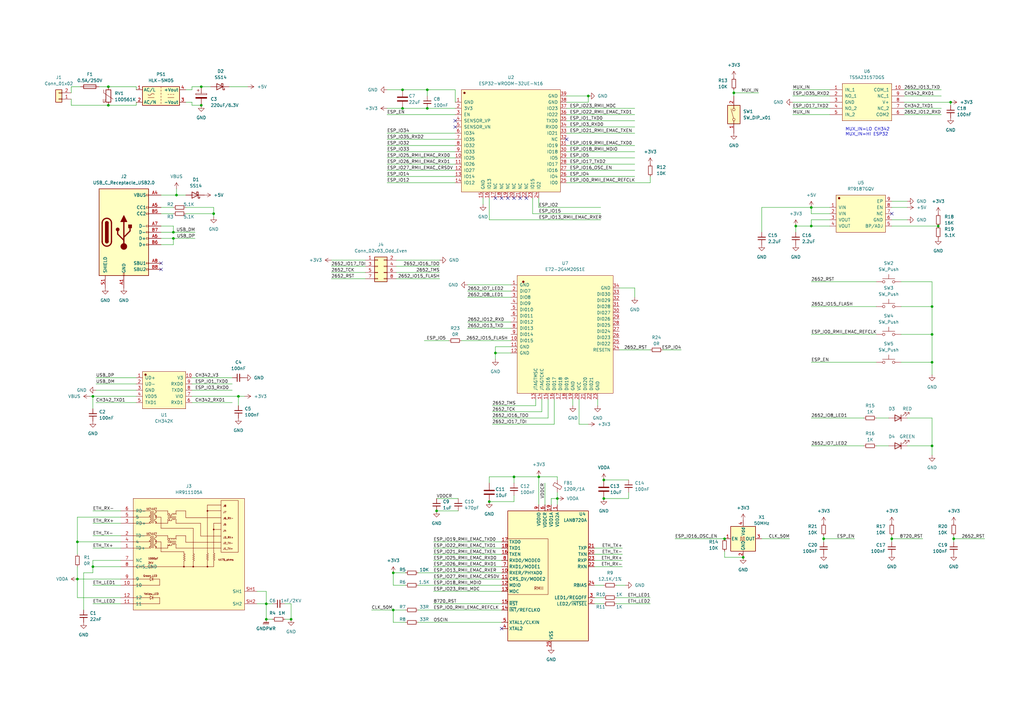
<source format=kicad_sch>
(kicad_sch (version 20230121) (generator eeschema)
  (paper "A3")
  (junction (at 300.99 38.1))
  (junction (at 161.29 234.95))
  (junction (at 44.45 35.56))
  (junction (at 332.74 85.09))
  (junction (at 365.76 220.98))
  (junction (at 241.3 39.37))
  (junction (at 44.45 43.18))
  (junction (at 382.27 125.73))
  (junction (at 38.1 232.41))
  (junction (at 165.1 36.83))
  (junction (at 119.38 254))
  (junction (at 304.8 228.6))
  (junction (at 297.18 220.98))
  (junction (at 200.66 205.74))
  (junction (at 97.79 162.56))
  (junction (at 332.74 92.71))
  (junction (at 337.82 220.98))
  (junction (at 175.26 44.45))
  (junction (at 38.1 162.56))
  (junction (at 326.39 92.71))
  (junction (at 382.27 148.59))
  (junction (at 228.6 204.47))
  (junction (at 382.27 137.16))
  (junction (at 109.22 247.65))
  (junction (at 31.75 237.49))
  (junction (at 87.63 87.63))
  (junction (at 203.2 144.78))
  (junction (at 389.89 41.91))
  (junction (at 71.12 97.79))
  (junction (at 382.27 182.88))
  (junction (at 82.55 43.18))
  (junction (at 72.39 80.01))
  (junction (at 82.55 35.56))
  (junction (at 109.22 254))
  (junction (at 247.65 196.85))
  (junction (at 71.12 95.25))
  (junction (at 179.07 209.55))
  (junction (at 161.29 250.19))
  (junction (at 247.65 204.47))
  (junction (at 165.1 44.45))
  (junction (at 384.81 92.71))
  (junction (at 210.82 195.58))
  (junction (at 31.75 222.25))
  (junction (at 391.16 220.98))
  (junction (at 175.26 36.83))
  (junction (at 220.98 195.58))
  (no_connect (at 66.04 107.95))
  (no_connect (at 205.74 257.81))
  (no_connect (at 186.69 52.07))
  (no_connect (at 215.9 81.28))
  (no_connect (at 66.04 110.49))
  (no_connect (at 203.2 81.28))
  (no_connect (at 213.36 81.28))
  (no_connect (at 232.41 57.15))
  (no_connect (at 210.82 81.28))
  (no_connect (at 186.69 49.53))
  (no_connect (at 208.28 81.28))
  (no_connect (at 365.76 87.63))
  (no_connect (at 205.74 81.28))
  (wire (pts (xy 175.26 36.83) (xy 175.26 39.37)))
  (wire (pts (xy 391.16 220.98) (xy 391.16 222.25)))
  (wire (pts (xy 252.73 245.11) (xy 266.7 245.11)))
  (wire (pts (xy 161.29 255.27) (xy 161.29 250.19)))
  (wire (pts (xy 161.29 250.19) (xy 166.37 250.19)))
  (wire (pts (xy 203.2 147.32) (xy 203.2 144.78)))
  (wire (pts (xy 29.21 35.56) (xy 33.02 35.56)))
  (wire (pts (xy 165.1 44.45) (xy 175.26 44.45)))
  (wire (pts (xy 161.29 240.03) (xy 161.29 234.95)))
  (wire (pts (xy 203.2 142.24) (xy 209.55 142.24)))
  (wire (pts (xy 29.21 35.56) (xy 29.21 38.1)))
  (wire (pts (xy 325.12 46.99) (xy 340.36 46.99)))
  (wire (pts (xy 226.06 207.01) (xy 226.06 204.47)))
  (wire (pts (xy 243.84 245.11) (xy 247.65 245.11)))
  (wire (pts (xy 325.12 39.37) (xy 340.36 39.37)))
  (wire (pts (xy 340.36 87.63) (xy 332.74 87.63)))
  (wire (pts (xy 337.82 219.71) (xy 337.82 220.98)))
  (wire (pts (xy 226.06 204.47) (xy 228.6 204.47)))
  (wire (pts (xy 36.83 162.56) (xy 38.1 162.56)))
  (wire (pts (xy 177.8 242.57) (xy 205.74 242.57)))
  (wire (pts (xy 171.45 234.95) (xy 205.74 234.95)))
  (wire (pts (xy 177.8 232.41) (xy 205.74 232.41)))
  (wire (pts (xy 365.76 92.71) (xy 384.81 92.71)))
  (wire (pts (xy 279.4 143.51) (xy 271.78 143.51)))
  (wire (pts (xy 337.82 220.98) (xy 350.52 220.98)))
  (wire (pts (xy 162.56 106.68) (xy 180.34 106.68)))
  (wire (pts (xy 220.98 81.28) (xy 220.98 85.09)))
  (wire (pts (xy 135.89 106.68) (xy 149.86 106.68)))
  (wire (pts (xy 55.88 35.56) (xy 55.88 36.83)))
  (wire (pts (xy 276.86 220.98) (xy 297.18 220.98)))
  (wire (pts (xy 241.3 173.99) (xy 237.49 173.99)))
  (wire (pts (xy 66.04 100.33) (xy 71.12 100.33)))
  (wire (pts (xy 158.75 59.69) (xy 186.69 59.69)))
  (wire (pts (xy 158.75 36.83) (xy 165.1 36.83)))
  (wire (pts (xy 93.98 35.56) (xy 101.6 35.56)))
  (wire (pts (xy 31.75 222.25) (xy 31.75 212.09)))
  (wire (pts (xy 78.74 160.02) (xy 95.25 160.02)))
  (wire (pts (xy 180.34 109.22) (xy 162.56 109.22)))
  (wire (pts (xy 370.84 39.37) (xy 386.08 39.37)))
  (wire (pts (xy 158.75 67.31) (xy 186.69 67.31)))
  (wire (pts (xy 372.11 82.55) (xy 365.76 82.55)))
  (wire (pts (xy 332.74 125.73) (xy 359.41 125.73)))
  (wire (pts (xy 232.41 59.69) (xy 260.35 59.69)))
  (wire (pts (xy 326.39 92.71) (xy 332.74 92.71)))
  (wire (pts (xy 210.82 195.58) (xy 210.82 198.12)))
  (wire (pts (xy 171.45 255.27) (xy 205.74 255.27)))
  (wire (pts (xy 247.65 196.85) (xy 257.81 196.85)))
  (wire (pts (xy 55.88 43.18) (xy 55.88 41.91)))
  (wire (pts (xy 252.73 247.65) (xy 266.7 247.65)))
  (wire (pts (xy 180.34 111.76) (xy 162.56 111.76)))
  (wire (pts (xy 109.22 247.65) (xy 109.22 254)))
  (wire (pts (xy 218.44 87.63) (xy 246.38 87.63)))
  (wire (pts (xy 210.82 203.2) (xy 210.82 205.74)))
  (wire (pts (xy 210.82 205.74) (xy 200.66 205.74)))
  (wire (pts (xy 177.8 237.49) (xy 205.74 237.49)))
  (wire (pts (xy 337.82 220.98) (xy 337.82 222.25)))
  (wire (pts (xy 237.49 173.99) (xy 237.49 163.83)))
  (wire (pts (xy 260.35 121.92) (xy 260.35 118.11)))
  (wire (pts (xy 97.79 162.56) (xy 100.33 162.56)))
  (wire (pts (xy 260.35 118.11) (xy 254 118.11)))
  (wire (pts (xy 158.75 62.23) (xy 186.69 62.23)))
  (wire (pts (xy 78.74 157.48) (xy 95.25 157.48)))
  (wire (pts (xy 232.41 62.23) (xy 260.35 62.23)))
  (wire (pts (xy 365.76 220.98) (xy 378.46 220.98)))
  (wire (pts (xy 78.74 43.18) (xy 82.55 43.18)))
  (wire (pts (xy 40.64 35.56) (xy 44.45 35.56)))
  (wire (pts (xy 71.12 97.79) (xy 80.01 97.79)))
  (wire (pts (xy 179.07 204.47) (xy 187.96 204.47)))
  (wire (pts (xy 227.33 173.99) (xy 227.33 163.83)))
  (wire (pts (xy 166.37 240.03) (xy 161.29 240.03)))
  (wire (pts (xy 370.84 41.91) (xy 389.89 41.91)))
  (wire (pts (xy 38.1 162.56) (xy 55.88 162.56)))
  (wire (pts (xy 201.93 171.45) (xy 224.79 171.45)))
  (wire (pts (xy 38.1 232.41) (xy 49.53 232.41)))
  (wire (pts (xy 332.74 137.16) (xy 359.41 137.16)))
  (wire (pts (xy 297.18 228.6) (xy 304.8 228.6)))
  (wire (pts (xy 311.15 38.1) (xy 300.99 38.1)))
  (wire (pts (xy 78.74 35.56) (xy 82.55 35.56)))
  (wire (pts (xy 254 143.51) (xy 266.7 143.51)))
  (wire (pts (xy 38.1 214.63) (xy 49.53 214.63)))
  (wire (pts (xy 191.77 132.08) (xy 209.55 132.08)))
  (wire (pts (xy 158.75 57.15) (xy 186.69 57.15)))
  (wire (pts (xy 39.37 165.1) (xy 55.88 165.1)))
  (wire (pts (xy 72.39 80.01) (xy 72.39 77.47)))
  (wire (pts (xy 203.2 144.78) (xy 203.2 142.24)))
  (wire (pts (xy 200.66 195.58) (xy 210.82 195.58)))
  (wire (pts (xy 222.25 168.91) (xy 222.25 163.83)))
  (wire (pts (xy 243.84 232.41) (xy 255.27 232.41)))
  (wire (pts (xy 232.41 44.45) (xy 260.35 44.45)))
  (wire (pts (xy 382.27 125.73) (xy 382.27 137.16)))
  (wire (pts (xy 38.1 240.03) (xy 49.53 240.03)))
  (wire (pts (xy 245.11 166.37) (xy 245.11 163.83)))
  (wire (pts (xy 200.66 198.12) (xy 200.66 195.58)))
  (wire (pts (xy 177.8 224.79) (xy 205.74 224.79)))
  (wire (pts (xy 31.75 245.11) (xy 49.53 245.11)))
  (wire (pts (xy 228.6 204.47) (xy 228.6 201.93)))
  (wire (pts (xy 184.15 139.7) (xy 173.99 139.7)))
  (wire (pts (xy 78.74 165.1) (xy 95.25 165.1)))
  (wire (pts (xy 29.21 43.18) (xy 44.45 43.18)))
  (wire (pts (xy 44.45 43.18) (xy 55.88 43.18)))
  (wire (pts (xy 39.37 154.94) (xy 55.88 154.94)))
  (wire (pts (xy 389.89 41.91) (xy 389.89 43.18)))
  (wire (pts (xy 243.84 227.33) (xy 255.27 227.33)))
  (wire (pts (xy 152.4 250.19) (xy 161.29 250.19)))
  (wire (pts (xy 312.42 220.98) (xy 323.85 220.98)))
  (wire (pts (xy 266.7 72.39) (xy 266.7 74.93)))
  (wire (pts (xy 372.11 85.09) (xy 365.76 85.09)))
  (wire (pts (xy 166.37 255.27) (xy 161.29 255.27)))
  (wire (pts (xy 369.57 125.73) (xy 382.27 125.73)))
  (wire (pts (xy 220.98 85.09) (xy 246.38 85.09)))
  (wire (pts (xy 200.66 81.28) (xy 200.66 90.17)))
  (wire (pts (xy 372.11 182.88) (xy 382.27 182.88)))
  (wire (pts (xy 71.12 97.79) (xy 71.12 100.33)))
  (wire (pts (xy 198.12 81.28) (xy 198.12 83.82)))
  (wire (pts (xy 370.84 44.45) (xy 386.08 44.45)))
  (wire (pts (xy 297.18 226.06) (xy 297.18 228.6)))
  (wire (pts (xy 326.39 95.25) (xy 326.39 92.71)))
  (wire (pts (xy 49.53 222.25) (xy 31.75 222.25)))
  (wire (pts (xy 177.8 229.87) (xy 205.74 229.87)))
  (wire (pts (xy 241.3 41.91) (xy 241.3 39.37)))
  (wire (pts (xy 158.75 54.61) (xy 186.69 54.61)))
  (wire (pts (xy 325.12 36.83) (xy 340.36 36.83)))
  (wire (pts (xy 391.16 219.71) (xy 391.16 220.98)))
  (wire (pts (xy 71.12 95.25) (xy 80.01 95.25)))
  (wire (pts (xy 243.84 247.65) (xy 247.65 247.65)))
  (wire (pts (xy 210.82 195.58) (xy 220.98 195.58)))
  (wire (pts (xy 332.74 90.17) (xy 332.74 92.71)))
  (wire (pts (xy 78.74 36.83) (xy 78.74 35.56)))
  (wire (pts (xy 31.75 212.09) (xy 49.53 212.09)))
  (wire (pts (xy 66.04 80.01) (xy 72.39 80.01)))
  (wire (pts (xy 38.1 247.65) (xy 49.53 247.65)))
  (wire (pts (xy 109.22 242.57) (xy 109.22 247.65)))
  (wire (pts (xy 66.04 85.09) (xy 71.12 85.09)))
  (wire (pts (xy 257.81 204.47) (xy 247.65 204.47)))
  (wire (pts (xy 219.71 166.37) (xy 219.71 163.83)))
  (wire (pts (xy 38.1 209.55) (xy 49.53 209.55)))
  (wire (pts (xy 340.36 90.17) (xy 332.74 90.17)))
  (wire (pts (xy 372.11 90.17) (xy 365.76 90.17)))
  (wire (pts (xy 66.04 92.71) (xy 71.12 92.71)))
  (wire (pts (xy 158.75 64.77) (xy 186.69 64.77)))
  (wire (pts (xy 179.07 209.55) (xy 187.96 209.55)))
  (wire (pts (xy 31.75 237.49) (xy 49.53 237.49)))
  (wire (pts (xy 382.27 115.57) (xy 382.27 125.73)))
  (wire (pts (xy 161.29 234.95) (xy 166.37 234.95)))
  (wire (pts (xy 382.27 148.59) (xy 382.27 153.67)))
  (wire (pts (xy 228.6 204.47) (xy 228.6 207.01)))
  (wire (pts (xy 256.54 240.03) (xy 252.73 240.03)))
  (wire (pts (xy 34.29 234.95) (xy 34.29 250.19)))
  (wire (pts (xy 39.37 160.02) (xy 55.88 160.02)))
  (wire (pts (xy 31.75 222.25) (xy 31.75 227.33)))
  (wire (pts (xy 87.63 87.63) (xy 87.63 88.9)))
  (wire (pts (xy 44.45 35.56) (xy 55.88 35.56)))
  (wire (pts (xy 31.75 237.49) (xy 31.75 232.41)))
  (wire (pts (xy 232.41 52.07) (xy 260.35 52.07)))
  (wire (pts (xy 38.1 219.71) (xy 49.53 219.71)))
  (wire (pts (xy 72.39 80.01) (xy 76.2 80.01)))
  (wire (pts (xy 243.84 240.03) (xy 247.65 240.03)))
  (wire (pts (xy 31.75 245.11) (xy 31.75 237.49)))
  (wire (pts (xy 232.41 69.85) (xy 260.35 69.85)))
  (wire (pts (xy 175.26 44.45) (xy 186.69 44.45)))
  (wire (pts (xy 232.41 64.77) (xy 260.35 64.77)))
  (wire (pts (xy 177.8 247.65) (xy 205.74 247.65)))
  (wire (pts (xy 201.93 166.37) (xy 219.71 166.37)))
  (wire (pts (xy 232.41 74.93) (xy 266.7 74.93)))
  (wire (pts (xy 382.27 137.16) (xy 382.27 148.59)))
  (wire (pts (xy 312.42 95.25) (xy 312.42 85.09)))
  (wire (pts (xy 76.2 36.83) (xy 78.74 36.83)))
  (wire (pts (xy 332.74 85.09) (xy 332.74 87.63)))
  (wire (pts (xy 359.41 182.88) (xy 364.49 182.88)))
  (wire (pts (xy 223.52 198.12) (xy 223.52 207.01)))
  (wire (pts (xy 234.95 166.37) (xy 234.95 163.83)))
  (wire (pts (xy 38.1 229.87) (xy 38.1 232.41)))
  (wire (pts (xy 82.55 35.56) (xy 86.36 35.56)))
  (wire (pts (xy 369.57 137.16) (xy 382.27 137.16)))
  (wire (pts (xy 220.98 195.58) (xy 220.98 207.01)))
  (wire (pts (xy 186.69 36.83) (xy 175.26 36.83)))
  (wire (pts (xy 97.79 162.56) (xy 97.79 166.37)))
  (wire (pts (xy 180.34 114.3) (xy 162.56 114.3)))
  (wire (pts (xy 191.77 116.84) (xy 209.55 116.84)))
  (wire (pts (xy 232.41 46.99) (xy 260.35 46.99)))
  (wire (pts (xy 191.77 119.38) (xy 209.55 119.38)))
  (wire (pts (xy 111.76 254) (xy 109.22 254)))
  (wire (pts (xy 78.74 41.91) (xy 78.74 43.18)))
  (wire (pts (xy 391.16 220.98) (xy 403.86 220.98)))
  (wire (pts (xy 177.8 222.25) (xy 205.74 222.25)))
  (wire (pts (xy 78.74 154.94) (xy 95.25 154.94)))
  (wire (pts (xy 71.12 92.71) (xy 71.12 95.25)))
  (wire (pts (xy 370.84 46.99) (xy 386.08 46.99)))
  (wire (pts (xy 201.93 168.91) (xy 222.25 168.91)))
  (wire (pts (xy 87.63 85.09) (xy 87.63 87.63)))
  (wire (pts (xy 218.44 81.28) (xy 218.44 87.63)))
  (wire (pts (xy 332.74 85.09) (xy 340.36 85.09)))
  (wire (pts (xy 332.74 148.59) (xy 359.41 148.59)))
  (wire (pts (xy 200.66 90.17) (xy 246.38 90.17)))
  (wire (pts (xy 49.53 229.87) (xy 38.1 229.87)))
  (wire (pts (xy 201.93 173.99) (xy 227.33 173.99)))
  (wire (pts (xy 158.75 44.45) (xy 165.1 44.45)))
  (wire (pts (xy 332.74 182.88) (xy 354.33 182.88)))
  (wire (pts (xy 158.75 46.99) (xy 186.69 46.99)))
  (wire (pts (xy 382.27 182.88) (xy 382.27 186.69)))
  (wire (pts (xy 171.45 240.03) (xy 205.74 240.03)))
  (wire (pts (xy 232.41 41.91) (xy 241.3 41.91)))
  (wire (pts (xy 382.27 171.45) (xy 382.27 182.88)))
  (wire (pts (xy 38.1 234.95) (xy 34.29 234.95)))
  (wire (pts (xy 76.2 41.91) (xy 78.74 41.91)))
  (wire (pts (xy 38.1 232.41) (xy 38.1 234.95)))
  (wire (pts (xy 38.1 224.79) (xy 49.53 224.79)))
  (wire (pts (xy 158.75 74.93) (xy 186.69 74.93)))
  (wire (pts (xy 175.26 36.83) (xy 165.1 36.83)))
  (wire (pts (xy 119.38 254) (xy 116.84 254)))
  (wire (pts (xy 232.41 54.61) (xy 260.35 54.61)))
  (wire (pts (xy 76.2 87.63) (xy 87.63 87.63)))
  (wire (pts (xy 116.84 247.65) (xy 119.38 247.65)))
  (wire (pts (xy 186.69 41.91) (xy 186.69 36.83)))
  (wire (pts (xy 300.99 38.1) (xy 300.99 36.83)))
  (wire (pts (xy 232.41 72.39) (xy 260.35 72.39)))
  (wire (pts (xy 66.04 97.79) (xy 71.12 97.79)))
  (wire (pts (xy 109.22 247.65) (xy 105.41 247.65)))
  (wire (pts (xy 359.41 171.45) (xy 364.49 171.45)))
  (wire (pts (xy 332.74 171.45) (xy 354.33 171.45)))
  (wire (pts (xy 203.2 144.78) (xy 209.55 144.78)))
  (wire (pts (xy 135.89 114.3) (xy 149.86 114.3)))
  (wire (pts (xy 370.84 36.83) (xy 386.08 36.83)))
  (wire (pts (xy 111.76 247.65) (xy 109.22 247.65)))
  (wire (pts (xy 312.42 85.09) (xy 332.74 85.09)))
  (wire (pts (xy 232.41 39.37) (xy 241.3 39.37)))
  (wire (pts (xy 191.77 121.92) (xy 209.55 121.92)))
  (wire (pts (xy 232.41 49.53) (xy 260.35 49.53)))
  (wire (pts (xy 39.37 157.48) (xy 55.88 157.48)))
  (wire (pts (xy 243.84 229.87) (xy 255.27 229.87)))
  (wire (pts (xy 243.84 224.79) (xy 255.27 224.79)))
  (wire (pts (xy 224.79 171.45) (xy 224.79 163.83)))
  (wire (pts (xy 119.38 247.65) (xy 119.38 254)))
  (wire (pts (xy 209.55 139.7) (xy 189.23 139.7)))
  (wire (pts (xy 325.12 41.91) (xy 340.36 41.91)))
  (wire (pts (xy 105.41 242.57) (xy 109.22 242.57)))
  (wire (pts (xy 232.41 67.31) (xy 260.35 67.31)))
  (wire (pts (xy 228.6 195.58) (xy 220.98 195.58)))
  (wire (pts (xy 135.89 109.22) (xy 149.86 109.22)))
  (wire (pts (xy 158.75 69.85) (xy 186.69 69.85)))
  (wire (pts (xy 78.74 162.56) (xy 97.79 162.56)))
  (wire (pts (xy 171.45 250.19) (xy 205.74 250.19)))
  (wire (pts (xy 369.57 148.59) (xy 382.27 148.59)))
  (wire (pts (xy 38.1 162.56) (xy 38.1 167.64)))
  (wire (pts (xy 66.04 95.25) (xy 71.12 95.25)))
  (wire (pts (xy 332.74 115.57) (xy 359.41 115.57)))
  (wire (pts (xy 135.89 111.76) (xy 149.86 111.76)))
  (wire (pts (xy 332.74 92.71) (xy 340.36 92.71)))
  (wire (pts (xy 369.57 115.57) (xy 382.27 115.57)))
  (wire (pts (xy 365.76 220.98) (xy 365.76 222.25)))
  (wire (pts (xy 257.81 201.93) (xy 257.81 204.47)))
  (wire (pts (xy 228.6 196.85) (xy 228.6 195.58)))
  (wire (pts (xy 365.76 219.71) (xy 365.76 220.98)))
  (wire (pts (xy 177.8 227.33) (xy 205.74 227.33)))
  (wire (pts (xy 191.77 134.62) (xy 209.55 134.62)))
  (wire (pts (xy 76.2 85.09) (xy 87.63 85.09)))
  (wire (pts (xy 66.04 87.63) (xy 71.12 87.63)))
  (wire (pts (xy 158.75 72.39) (xy 186.69 72.39)))
  (wire (pts (xy 372.11 171.45) (xy 382.27 171.45)))
  (wire (pts (xy 325.12 44.45) (xy 340.36 44.45)))
  (wire (pts (xy 29.21 40.64) (xy 29.21 43.18)))
  (wire (pts (xy 300.99 39.37) (xy 300.99 38.1)))
  (text "MUX_IN=LO CH342\nMUX_IN=HI ESP32" (at 346.71 55.88 0) (effects (font (size 1.27 1.27)) (justify left bottom)))
  (label "ETH_LED1" (at 266.7 245.11 180))
  (label "ESP_IO3_RXD0" (at 80.01 160.02 0))
  (label "MUX_IN" (at 311.15 38.1 180))
  (label "2652_RST" (at 135.89 114.3 0))
  (label "USB_DP" (at 80.01 97.79 180))
  (label "USB_DP" (at 39.37 154.94 0))
  (label "8720_RST" (at 177.8 247.65 0))
  (label "2652_TCK" (at 201.93 168.91 0))
  (label "ESP_EN" (at 332.74 148.59 0))
  (label "ETH_RX+" (at 255.27 229.87 180))
  (label "ESP_IO17_TXD2" (at 233.68 67.31 0))
  (label "2652_RST" (at 403.86 220.98 180))
  (label "ESP_IO23_RMII_MDC" (at 177.8 242.57 0))
  (label "ETH_TX+" (at 255.27 224.79 180))
  (label "2652_IO17_TDI" (at 135.89 109.22 0))
  (label "ESP_IO13_RMII_EMAC_RXER" (at 177.8 234.95 0))
  (label "2652_IO16_TDO" (at 180.34 109.22 180))
  (label "ESP_IO27_RMII_EMAC_CRSDV" (at 158.75 69.85 0))
  (label "2652_RST" (at 332.74 115.57 0))
  (label "USB_DM" (at 39.37 157.48 0))
  (label "ESP_IO34" (at 158.75 54.61 0))
  (label "ESP_IO35_RXD2" (at 158.75 57.15 0))
  (label "2652_IO8_LED1" (at 332.74 171.45 0))
  (label "ESP_IO5" (at 233.68 64.77 0))
  (label "2652_IO7_LED2" (at 191.77 119.38 0))
  (label "ESP_IO0_RMII_EMAC_REFCLK" (at 233.68 74.93 0))
  (label "ESP_IO22_RMII_EMAC_TXD1" (at 233.68 46.99 0))
  (label "ETH_LED2" (at 266.7 247.65 180))
  (label "MUX_IN" (at 325.12 46.99 0))
  (label "ETH_TX-" (at 255.27 227.33 180))
  (label "ETH_RX-" (at 255.27 232.41 180))
  (label "ETH_TX-" (at 38.1 219.71 0))
  (label "ETH_LED2" (at 38.1 247.65 0))
  (label "ESP_IO22_RMII_EMAC_TXD1" (at 177.8 224.79 0))
  (label "ESP_IO32" (at 158.75 59.69 0))
  (label "ESP_IO26_RMII_EMAC_RXD1" (at 177.8 232.41 0))
  (label "2652_IO12_RXD" (at 370.84 46.99 0))
  (label "ESP_IO1_TXD0" (at 233.68 49.53 0))
  (label "ESP_IO25_RMII_EMAC_RXD0" (at 158.75 64.77 0))
  (label "ESP_IO16_OSC_EN" (at 276.86 220.98 0))
  (label "2652_RST" (at 265.43 143.51 180))
  (label "2652_IO15_FLASH" (at 180.34 114.3 180))
  (label "ESP_EN" (at 158.75 46.99 0))
  (label "2652_TMS" (at 201.93 166.37 0))
  (label "ESP_IO17_TXD2" (at 325.12 44.45 0))
  (label "2652_IO7_LED2" (at 332.74 182.88 0))
  (label "CH342_V3" (at 80.01 154.94 0))
  (label "OSCIN" (at 177.8 255.27 0))
  (label "CH342_RXD1" (at 80.01 165.1 0))
  (label "2652_IO13_TXD" (at 370.84 36.83 0))
  (label "2652_IO13_TXD" (at 191.77 134.62 0))
  (label "ESP_IO18_RMII_MDIO" (at 233.68 62.23 0))
  (label "2652_IO17_TDI" (at 201.93 173.99 0))
  (label "ESP_IO19_RMII_EMAC_TXD0" (at 177.8 222.25 0))
  (label "ESP_IO0_RMII_EMAC_REFCLK" (at 332.74 137.16 0))
  (label "ESP_IO26_RMII_EMAC_RXD1" (at 158.75 67.31 0))
  (label "8720_RST" (at 378.46 220.98 180))
  (label "ESP_IO19_RMII_EMAC_TXD0" (at 233.68 59.69 0))
  (label "2652_IO12_RXD" (at 191.77 132.08 0))
  (label "ESP_IO4" (at 279.4 143.51 180))
  (label "ESP_IO12" (at 158.75 74.93 0))
  (label "CH342_TXD1" (at 370.84 44.45 0))
  (label "2652_TCK" (at 135.89 111.76 0))
  (label "ESP_IO1_TXD0" (at 80.01 157.48 0))
  (label "ESP_IO4" (at 233.68 72.39 0))
  (label "USB_DM" (at 80.01 95.25 180))
  (label "ESP_IO27_RMII_EMAC_CRSDV" (at 177.8 237.49 0))
  (label "ESP_IO33" (at 158.75 62.23 0))
  (label "ESP_IO16_OSC_EN" (at 233.68 69.85 0))
  (label "ETH_LED1" (at 38.1 240.03 0))
  (label "VDDCR" (at 179.07 204.47 0))
  (label "2652_IO15_FLASH" (at 208.28 139.7 180))
  (label "ESP_IO2" (at 220.98 85.09 0))
  (label "ESP_IO25_RMII_EMAC_RXD0" (at 177.8 229.87 0))
  (label "ESP_IO15" (at 220.98 87.63 0))
  (label "CH342_TXD1" (at 39.37 165.1 0))
  (label "2652_IO15_FLASH" (at 332.74 125.73 0))
  (label "ESP_IO35_RXD2" (at 325.12 39.37 0))
  (label "2652_TMS" (at 180.34 111.76 180))
  (label "CH342_RXD1" (at 370.84 39.37 0))
  (label "ETH_TX+" (at 38.1 224.79 0))
  (label "CLK_50M" (at 323.85 220.98 180))
  (label "ESP_IO18_RMII_MDIO" (at 177.8 240.03 0))
  (label "2652_IO8_LED1" (at 191.77 121.92 0))
  (label "ESP_IO3_RXD0" (at 233.68 52.07 0))
  (label "ESP_IO0_RMII_EMAC_REFCLK" (at 177.8 250.19 0))
  (label "VDDCR" (at 223.52 198.12 270))
  (label "ESP_IO21_RMII_EMAC_TXEN" (at 233.68 54.61 0))
  (label "CLK_50M" (at 152.4 250.19 0))
  (label "ESP_IO23_RMII_MDC" (at 233.68 44.45 0))
  (label "ETH_RX+" (at 38.1 214.63 0))
  (label "MUX_IN" (at 325.12 36.83 0))
  (label "ESP_IO14" (at 158.75 72.39 0))
  (label "ESP_EN" (at 350.52 220.98 180))
  (label "ESP_IO21_RMII_EMAC_TXEN" (at 177.8 227.33 0))
  (label "ETH_RX-" (at 38.1 209.55 0))
  (label "ESP_IO5" (at 182.88 139.7 180))
  (label "2652_IO16_TDO" (at 201.93 171.45 0))
  (label "ESP_IO13_RMII_EMAC_RXER" (at 220.98 90.17 0))
  (symbol (lib_id "Device:R_Small") (at 114.3 254 90) (unit 1)
    (property "Reference" "R4" (at 111.76 251.46 90))
    (property "Value" "1M" (at 115.57 251.46 90))
    (property "Footprint" "Resistor_SMD:R_1206_3216Metric" (effects hide))
  )
  (symbol (lib_id "Switch:SW_Push") (at 364.49 148.59 0) (unit 1)
    (property "Reference" "SW5" (at 364.49 140.97 0))
    (property "Value" "SW_Push" (at 364.49 143.51 0))
    (property "Footprint" "ETH2Zigbee:SW_Push_SPST_NO_Alps_SKRK" (effects hide))
  )
  (symbol (lib_id "Device:D_Schottky") (at 80.01 80.01 180) (unit 1)
    (property "Reference" "D1" (at 80.3275 73.66 0))
    (property "Value" "SS14" (at 80.3275 76.2 0))
    (property "Footprint" "Diode_SMD:D_SMA" (effects hide))
  )
  (symbol (lib_id "Device:C_Small") (at 391.16 224.79 0) (mirror y) (unit 1)
    (property "Reference" "C19" (at 388.62 223.5263 0) (effects (justify left)))
    (property "Value" "100nF" (at 388.62 226.0663 0) (effects (justify left)))
    (property "Footprint" "Capacitor_SMD:C_0402_1005Metric" (effects hide))
  )
  (symbol (lib_id "Device:R_Small") (at 300.99 34.29 0) (mirror y) (unit 1)
    (property "Reference" "R13" (at 298.45 33.02 0) (effects (justify left)))
    (property "Value" "10K" (at 298.45 35.56 0) (effects (justify left)))
    (property "Footprint" "Resistor_SMD:R_0402_1005Metric" (effects hide))
  )
  (symbol (lib_id "power:+3V3") (at 158.75 44.45 90) (unit 1)
    (property "Reference" "#PWR019" (effects hide))
    (property "Value" "+3V3" (at 154.94 44.45 90) (effects (justify left)))
  )
  (symbol (lib_id "power:+3V3") (at 384.81 87.63 0) (unit 1)
    (property "Reference" "#PWR051" (effects hide))
    (property "Value" "+3V3" (at 384.81 82.55 0))
  )
  (symbol (lib_id "power:GND") (at 337.82 227.33 0) (unit 1)
    (property "Reference" "#PWR063" (effects hide))
    (property "Value" "GND" (at 337.82 232.41 0))
  )
  (symbol (lib_id "power:+3V3") (at 266.7 67.31 0) (unit 1)
    (property "Reference" "#PWR034" (effects hide))
    (property "Value" "+3V3" (at 266.7 62.23 0))
  )
  (symbol (lib_id "ETH2Zigbee:HR911105A") (at 77.47 227.33 0) (unit 1)
    (property "Reference" "J3" (at 77.47 199.39 0))
    (property "Value" "HR911105A" (at 77.47 201.93 0))
    (property "Footprint" "ETH2Zigbee:RJ45-TH_HR911105A" (effects hide))
  )
  (symbol (lib_id "Device:C_Small") (at 97.79 168.91 180) (unit 1)
    (property "Reference" "C5" (at 100.33 167.6336 0) (effects (justify right)))
    (property "Value" "100nF" (at 100.33 170.1736 0) (effects (justify right)))
    (property "Footprint" "Capacitor_SMD:C_0402_1005Metric" (effects hide))
  )
  (symbol (lib_id "power:GND") (at 382.27 153.67 0) (unit 1)
    (property "Reference" "#PWR049" (effects hide))
    (property "Value" "GND" (at 382.27 158.75 0))
  )
  (symbol (lib_id "power:+3V3") (at 304.8 213.36 0) (unit 1)
    (property "Reference" "#PWR041" (effects hide))
    (property "Value" "+3V3" (at 304.8 208.28 0))
  )
  (symbol (lib_id "Switch:SW_Push") (at 364.49 137.16 0) (unit 1)
    (property "Reference" "SW4" (at 364.49 129.54 0))
    (property "Value" "SW_Push" (at 364.49 132.08 0))
    (property "Footprint" "ETH2Zigbee:SW_Push_SPST_NO_Alps_SKRK" (effects hide))
  )
  (symbol (lib_id "Device:R_Small") (at 73.66 85.09 90) (unit 1)
    (property "Reference" "R2" (at 69.85 83.82 90))
    (property "Value" "5.1K" (at 77.47 83.82 90))
    (property "Footprint" "Resistor_SMD:R_0402_1005Metric" (effects hide))
  )
  (symbol (lib_id "power:GND") (at 389.89 48.26 0) (unit 1)
    (property "Reference" "#PWR054" (effects hide))
    (property "Value" "GND" (at 389.89 53.34 0))
  )
  (symbol (lib_id "Device:R_Small") (at 384.81 95.25 0) (unit 1)
    (property "Reference" "R19" (at 387.35 93.98 0) (effects (justify left)))
    (property "Value" "5.1K" (at 387.35 96.52 0) (effects (justify left)))
    (property "Footprint" "Resistor_SMD:R_0402_1005Metric" (effects hide))
  )
  (symbol (lib_id "Device:R_Small") (at 269.24 143.51 270) (mirror x) (unit 1)
    (property "Reference" "R24" (at 269.24 138.43 90))
    (property "Value" "0R" (at 269.24 140.97 90))
    (property "Footprint" "Resistor_SMD:R_0402_1005Metric" (effects hide))
  )
  (symbol (lib_id "power:GND") (at 304.8 228.6 0) (unit 1)
    (property "Reference" "#PWR042" (effects hide))
    (property "Value" "GND" (at 304.8 233.68 0))
  )
  (symbol (lib_id "power:GND") (at 365.76 227.33 0) (unit 1)
    (property "Reference" "#PWR045" (effects hide))
    (property "Value" "GND" (at 365.76 232.41 0))
  )
  (symbol (lib_id "power:GND") (at 203.2 147.32 0) (unit 1)
    (property "Reference" "#PWR059" (effects hide))
    (property "Value" "GND" (at 203.2 152.4 0))
  )
  (symbol (lib_id "Device:C_Polarized") (at 82.55 39.37 0) (unit 1)
    (property "Reference" "C3" (at 86.36 40.64 0) (effects (justify left)))
    (property "Value" "220uF/6.3V" (at 86.36 43.18 0) (effects (justify left)))
    (property "Footprint" "Capacitor_SMD:CP_Elec_6.3x5.4" (effects hide))
  )
  (symbol (lib_id "Device:C_Small") (at 337.82 224.79 0) (mirror y) (unit 1)
    (property "Reference" "C20" (at 335.28 223.5263 0) (effects (justify left)))
    (property "Value" "100nF" (at 335.28 226.0663 0) (effects (justify left)))
    (property "Footprint" "Capacitor_SMD:C_0402_1005Metric" (effects hide))
  )
  (symbol (lib_id "Device:R_Small") (at 297.18 223.52 0) (mirror y) (unit 1)
    (property "Reference" "R14" (at 294.64 222.25 0) (effects (justify left)))
    (property "Value" "10K" (at 294.64 224.79 0) (effects (justify left)))
    (property "Footprint" "Resistor_SMD:R_0402_1005Metric" (effects hide))
  )
  (symbol (lib_id "power:GND") (at 97.79 171.45 0) (unit 1)
    (property "Reference" "#PWR012" (effects hide))
    (property "Value" "GND" (at 97.79 176.53 0))
  )
  (symbol (lib_id "power:+3V3") (at 337.82 214.63 0) (unit 1)
    (property "Reference" "#PWR058" (effects hide))
    (property "Value" "+3V3" (at 337.82 209.55 0))
  )
  (symbol (lib_id "ETH2Zigbee:E72-2G4M20S1E") (at 232.41 138.43 0) (unit 1)
    (property "Reference" "U7" (at 231.775 107.95 0))
    (property "Value" "E72-2G4M20S1E" (at 231.775 110.49 0))
    (property "Footprint" "ETH2Zigbee:WIRELM-SMD_E72-2G4M20S1E" (effects hide))
  )
  (symbol (lib_id "power:GND") (at 384.81 97.79 0) (unit 1)
    (property "Reference" "#PWR052" (effects hide))
    (property "Value" "GND" (at 384.81 102.87 0))
  )
  (symbol (lib_id "Device:C_Small") (at 187.96 207.01 0) (unit 1)
    (property "Reference" "C10" (at 190.5 205.7463 0) (effects (justify left)))
    (property "Value" "470pF" (at 190.5 208.2863 0) (effects (justify left)))
    (property "Footprint" "Capacitor_SMD:C_0402_1005Metric" (effects hide))
  )
  (symbol (lib_id "Device:C_Small") (at 114.3 247.65 90) (unit 1)
    (property "Reference" "C6" (at 111.76 246.38 90))
    (property "Value" "1nF/2KV" (at 119.38 246.38 90))
    (property "Footprint" "Capacitor_SMD:C_1206_3216Metric" (effects hide))
  )
  (symbol (lib_id "power:GND") (at 50.8 118.11 0) (unit 1)
    (property "Reference" "#PWR07" (effects hide))
    (property "Value" "GND" (at 50.8 123.19 0))
  )
  (symbol (lib_id "Device:C_Small") (at 326.39 97.79 180) (unit 1)
    (property "Reference" "C16" (at 328.93 96.5136 0) (effects (justify right)))
    (property "Value" "2.2uF" (at 328.93 99.0536 0) (effects (justify right)))
    (property "Footprint" "Capacitor_SMD:C_0402_1005Metric" (effects hide))
  )
  (symbol (lib_id "Device:C_Small") (at 210.82 200.66 0) (unit 1)
    (property "Reference" "C12" (at 213.36 199.3963 0) (effects (justify left)))
    (property "Value" "100nF" (at 213.36 201.9363 0) (effects (justify left)))
    (property "Footprint" "Capacitor_SMD:C_0402_1005Metric" (effects hide))
  )
  (symbol (lib_id "power:GND") (at 372.11 82.55 90) (unit 1)
    (property "Reference" "#PWR046" (effects hide))
    (property "Value" "GND" (at 375.92 82.55 90) (effects (justify right)))
  )
  (symbol (lib_id "power:VDDA") (at 247.65 196.85 0) (unit 1)
    (property "Reference" "#PWR031" (effects hide))
    (property "Value" "VDDA" (at 247.65 191.77 0))
  )
  (symbol (lib_id "power:GNDPWR") (at 109.22 254 0) (unit 1)
    (property "Reference" "#PWR016" (effects hide))
    (property "Value" "GNDPWR" (at 109.093 257.81 0))
  )
  (symbol (lib_id "Converter_ACDC:HLK-5M05") (at 66.04 39.37 0) (unit 1)
    (property "Reference" "PS1" (at 66.04 30.48 0))
    (property "Value" "HLK-5M05" (at 66.04 33.02 0))
    (property "Footprint" "ETH2Zigbee:PWRM-TH_HLK-5M05" (effects hide))
    (property "Datasheet" "http://h.hlktech.com/download/ACDC%E7%94%B5%E6%BA%90%E6%A8%A1%E5%9D%975W%E7%B3%BB%E5%88%97/1/%E6%B5%B7%E5%87%8C%E7%A7%915W%E7%B3%BB%E5%88%97%E7%94%B5%E6%BA%90%E6%A8%A1%E5%9D%97%E8%A7%84%E6%A0%BC%E4%B9%A6V2.8.pdf" (effects hide))
  )
  (symbol (lib_id "Device:C_Small") (at 257.81 199.39 0) (unit 1)
    (property "Reference" "C14" (at 260.35 198.1263 0) (effects (justify left)))
    (property "Value" "100nF" (at 260.35 200.6663 0) (effects (justify left)))
    (property "Footprint" "Capacitor_SMD:C_0402_1005Metric" (effects hide))
  )
  (symbol (lib_id "Device:C") (at 247.65 200.66 0) (unit 1)
    (property "Reference" "C13" (at 250.19 199.39 0) (effects (justify left)))
    (property "Value" "10uF" (at 250.19 201.93 0) (effects (justify left)))
    (property "Footprint" "Capacitor_SMD:C_0603_1608Metric" (effects hide))
  )
  (symbol (lib_id "power:+3V3") (at 220.98 195.58 0) (unit 1)
    (property "Reference" "#PWR026" (effects hide))
    (property "Value" "+3V3" (at 220.98 190.5 0))
  )
  (symbol (lib_id "power:GND") (at 87.63 88.9 0) (unit 1)
    (property "Reference" "#PWR011" (effects hide))
    (property "Value" "GND" (at 87.63 93.98 0))
  )
  (symbol (lib_id "Device:R_Small") (at 168.91 250.19 90) (unit 1)
    (property "Reference" "R7" (at 165.1 248.92 90))
    (property "Value" "33R" (at 173.99 248.92 90))
    (property "Footprint" "Resistor_SMD:R_0402_1005Metric" (effects hide))
  )
  (symbol (lib_id "power:GND") (at 179.07 209.55 0) (unit 1)
    (property "Reference" "#PWR021" (effects hide))
    (property "Value" "GND" (at 179.07 214.63 0))
  )
  (symbol (lib_id "Device:R_Small") (at 365.76 217.17 0) (mirror y) (unit 1)
    (property "Reference" "R17" (at 363.22 215.9 0) (effects (justify left)))
    (property "Value" "10K" (at 363.22 218.44 0) (effects (justify left)))
    (property "Footprint" "Resistor_SMD:R_0402_1005Metric" (effects hide))
  )
  (symbol (lib_id "Oscillator:ASE-xxxMHz") (at 304.8 220.98 0) (unit 1)
    (property "Reference" "X1" (at 312.42 212.09 0))
    (property "Value" "50MHz" (at 312.42 214.63 0))
    (property "Footprint" "ETH2Zigbee:Oscillator_SMD_Abracon_ASE-4Pin_3.2x2.5mm" (effects hide))
    (property "Datasheet" "http://www.abracon.com/Oscillators/ASV.pdf" (effects hide))
  )
  (symbol (lib_id "Device:R_Small") (at 337.82 217.17 0) (mirror y) (unit 1)
    (property "Reference" "R21" (at 335.28 215.9 0) (effects (justify left)))
    (property "Value" "10K" (at 335.28 218.44 0) (effects (justify left)))
    (property "Footprint" "Resistor_SMD:R_0402_1005Metric" (effects hide))
  )
  (symbol (lib_id "power:GND") (at 82.55 43.18 0) (unit 1)
    (property "Reference" "#PWR09" (effects hide))
    (property "Value" "GND" (at 82.55 48.26 0))
  )
  (symbol (lib_id "Device:R_Small") (at 384.81 90.17 0) (unit 1)
    (property "Reference" "R18" (at 387.35 88.9 0) (effects (justify left)))
    (property "Value" "16K" (at 387.35 91.44 0) (effects (justify left)))
    (property "Footprint" "Resistor_SMD:R_0402_1005Metric" (effects hide))
  )
  (symbol (lib_id "power:+3V3") (at 241.3 173.99 270) (unit 1)
    (property "Reference" "#PWR023" (effects hide))
    (property "Value" "+3V3" (at 245.11 173.99 90) (effects (justify left)))
  )
  (symbol (lib_id "Device:R_Small") (at 31.75 229.87 0) (unit 1)
    (property "Reference" "R1" (at 34.29 228.6 0) (effects (justify left)))
    (property "Value" "0R" (at 34.29 231.14 0) (effects (justify left)))
    (property "Footprint" "Resistor_SMD:R_0402_1005Metric" (effects hide))
  )
  (symbol (lib_id "power:+3V3") (at 300.99 31.75 0) (unit 1)
    (property "Reference" "#PWR035" (effects hide))
    (property "Value" "+3V3" (at 300.99 26.67 0))
  )
  (symbol (lib_id "power:GND") (at 200.66 205.74 0) (unit 1)
    (property "Reference" "#PWR025" (effects hide))
    (property "Value" "GND" (at 200.66 210.82 0))
  )
  (symbol (lib_id "Device:C_Small") (at 389.89 45.72 0) (unit 1)
    (property "Reference" "C18" (at 392.43 44.4563 0) (effects (justify left)))
    (property "Value" "100nF" (at 392.43 46.9963 0) (effects (justify left)))
    (property "Footprint" "Capacitor_SMD:C_0402_1005Metric" (effects hide))
  )
  (symbol (lib_id "power:GND") (at 325.12 41.91 270) (unit 1)
    (property "Reference" "#PWR038" (effects hide))
    (property "Value" "GND" (at 321.31 41.91 90) (effects (justify right)))
  )
  (symbol (lib_id "Device:Varistor") (at 44.45 39.37 0) (unit 1)
    (property "Reference" "RV1" (at 46.99 38.2933 0) (effects (justify left)))
    (property "Value" "10D561K" (at 46.99 40.8333 0) (effects (justify left)))
    (property "Footprint" "Varistor:RV_Disc_D12mm_W7.1mm_P7.5mm" (effects hide))
    (property "Sim.Name" "kicad_builtin_varistor" (effects hide))
    (property "Sim.Device" "SUBCKT" (effects hide))
    (property "Sim.Pins" "1=A 2=B" (effects hide))
    (property "Sim.Params" "threshold=1k" (effects hide))
    (property "Sim.Library" "${KICAD7_SYMBOL_DIR}/Simulation_SPICE.sp" (effects hide))
  )
  (symbol (lib_id "power:VDDA") (at 228.6 204.47 270) (unit 1)
    (property "Reference" "#PWR028" (effects hide))
    (property "Value" "VDDA" (at 232.41 204.47 90) (effects (justify left)))
  )
  (symbol (lib_id "Device:D_Schottky") (at 90.17 35.56 180) (unit 1)
    (property "Reference" "D2" (at 90.4875 29.21 0))
    (property "Value" "SS14" (at 90.4875 31.75 0))
    (property "Footprint" "Diode_SMD:D_SMA" (effects hide))
  )
  (symbol (lib_id "Device:C_Small") (at 34.29 252.73 0) (unit 1)
    (property "Reference" "C1" (at 36.83 251.4663 0) (effects (justify left)))
    (property "Value" "22nF" (at 36.83 254.0063 0) (effects (justify left)))
    (property "Footprint" "Capacitor_SMD:C_0402_1005Metric" (effects hide))
  )
  (symbol (lib_id "power:GND") (at 256.54 240.03 90) (unit 1)
    (property "Reference" "#PWR033" (effects hide))
    (property "Value" "GND" (at 260.35 240.03 90) (effects (justify right)))
  )
  (symbol (lib_id "Device:R_Small") (at 250.19 247.65 90) (mirror x) (unit 1)
    (property "Reference" "R11" (at 246.38 248.92 90))
    (property "Value" "1K" (at 254 248.92 90))
    (property "Footprint" "Resistor_SMD:R_0402_1005Metric" (effects hide))
  )
  (symbol (lib_id "Device:R_Small") (at 266.7 69.85 0) (unit 1)
    (property "Reference" "R12" (at 269.24 68.58 0) (effects (justify left)))
    (property "Value" "10K" (at 269.24 71.12 0) (effects (justify left)))
    (property "Footprint" "Resistor_SMD:R_0402_1005Metric" (effects hide))
  )
  (symbol (lib_id "Device:R_Small") (at 168.91 240.03 90) (unit 1)
    (property "Reference" "R6" (at 165.1 238.76 90))
    (property "Value" "1.5K" (at 173.99 238.76 90))
    (property "Footprint" "Resistor_SMD:R_0402_1005Metric" (effects hide))
  )
  (symbol (lib_id "power:GND") (at 382.27 186.69 0) (unit 1)
    (property "Reference" "#PWR050" (effects hide))
    (property "Value" "GND" (at 382.27 191.77 0))
  )
  (symbol (lib_id "power:GND") (at 234.95 166.37 0) (unit 1)
    (property "Reference" "#PWR022" (effects hide))
    (property "Value" "GND" (at 234.95 171.45 0))
  )
  (symbol (lib_id "Device:R_Small") (at 73.66 87.63 90) (mirror x) (unit 1)
    (property "Reference" "R3" (at 69.85 88.9 90))
    (property "Value" "5.1K" (at 77.47 88.9 90))
    (property "Footprint" "Resistor_SMD:R_0402_1005Metric" (effects hide))
  )
  (symbol (lib_id "Device:R_Small") (at 186.69 139.7 270) (mirror x) (unit 1)
    (property "Reference" "R23" (at 186.69 134.62 90))
    (property "Value" "0R" (at 186.69 137.16 90))
    (property "Footprint" "Resistor_SMD:R_0402_1005Metric" (effects hide))
  )
  (symbol (lib_id "power:GND") (at 180.34 106.68 90) (unit 1)
    (property "Reference" "#PWR057" (effects hide))
    (property "Value" "GND" (at 184.15 106.68 90) (effects (justify right)))
  )
  (symbol (lib_id "Device:C_Small") (at 312.42 97.79 180) (unit 1)
    (property "Reference" "C15" (at 314.96 96.5136 0) (effects (justify right)))
    (property "Value" "2.2uF" (at 314.96 99.0536 0) (effects (justify right)))
    (property "Footprint" "Capacitor_SMD:C_0402_1005Metric" (effects hide))
  )
  (symbol (lib_id "power:GND") (at 300.99 54.61 0) (unit 1)
    (property "Reference" "#PWR036" (effects hide))
    (property "Value" "GND" (at 300.99 59.69 0))
  )
  (symbol (lib_id "Device:C_Small") (at 179.07 207.01 0) (unit 1)
    (property "Reference" "C9" (at 181.61 205.7463 0) (effects (justify left)))
    (property "Value" "1uF" (at 181.61 208.2863 0) (effects (justify left)))
    (property "Footprint" "Capacitor_SMD:C_0402_1005Metric" (effects hide))
  )
  (symbol (lib_id "power:GND") (at 312.42 100.33 0) (unit 1)
    (property "Reference" "#PWR037" (effects hide))
    (property "Value" "GND" (at 312.42 105.41 0))
  )
  (symbol (lib_id "power:+3V3") (at 100.33 162.56 270) (unit 1)
    (property "Reference" "#PWR014" (effects hide))
    (property "Value" "+3V3" (at 104.14 162.56 90) (effects (justify left)))
  )
  (symbol (lib_id "Device:R_Small") (at 391.16 217.17 0) (mirror y) (unit 1)
    (property "Reference" "R20" (at 388.62 215.9 0) (effects (justify left)))
    (property "Value" "10K" (at 388.62 218.44 0) (effects (justify left)))
    (property "Footprint" "Resistor_SMD:R_0402_1005Metric" (effects hide))
  )
  (symbol (lib_id "power:+3V3") (at 391.16 214.63 0) (unit 1)
    (property "Reference" "#PWR055" (effects hide))
    (property "Value" "+3V3" (at 391.16 209.55 0))
  )
  (symbol (lib_id "Switch:SW_DIP_x01") (at 300.99 46.99 90) (unit 1)
    (property "Reference" "SW1" (at 304.8 45.72 90) (effects (justify right)))
    (property "Value" "SW_DIP_x01" (at 304.8 48.26 90) (effects (justify right)))
    (property "Footprint" "Button_Switch_SMD:SW_DIP_SPSTx01_Slide_Copal_CHS-01A_W5.08mm_P1.27mm_JPin" (effects hide))
  )
  (symbol (lib_id "Device:R_Small") (at 250.19 240.03 90) (unit 1)
    (property "Reference" "R9" (at 250.19 234.95 90))
    (property "Value" "12.1K/1%" (at 250.19 237.49 90))
    (property "Footprint" "Resistor_SMD:R_0402_1005Metric" (effects hide))
  )
  (symbol (lib_id "Connector:USB_C_Receptacle_USB2.0") (at 50.8 95.25 0) (unit 1)
    (property "Reference" "J2" (at 50.8 72.39 0))
    (property "Value" "USB_C_Receptacle_USB2.0" (at 50.8 74.93 0))
    (property "Footprint" "ETH2Zigbee:USB_C_Receptacle_XKB_U262-16XN-4BVC11" (effects hide))
    (property "Datasheet" "https://www.usb.org/sites/default/files/documents/usb_type-c.zip" (effects hide))
  )
  (symbol (lib_id "Switch:SW_Push") (at 364.49 115.57 0) (unit 1)
    (property "Reference" "SW2" (at 364.49 107.95 0))
    (property "Value" "SW_Push" (at 364.49 110.49 0))
    (property "Footprint" "ETH2Zigbee:SW_Push_SPST_NO_Alps_SKRK" (effects hide))
  )
  (symbol (lib_id "power:GND") (at 226.06 265.43 0) (unit 1)
    (property "Reference" "#PWR027" (effects hide))
    (property "Value" "GND" (at 226.06 270.51 0))
  )
  (symbol (lib_id "Device:C_Small") (at 97.79 154.94 90) (unit 1)
    (property "Reference" "C4" (at 97.7963 148.59 90))
    (property "Value" "100nF" (at 97.7963 151.13 90))
    (property "Footprint" "Capacitor_SMD:C_0402_1005Metric" (effects hide))
  )
  (symbol (lib_id "Connector_Generic:Conn_02x04_Odd_Even") (at 154.94 109.22 0) (unit 1)
    (property "Reference" "J4" (at 156.21 100.33 0))
    (property "Value" "Conn_02x03_Odd_Even" (at 156.21 102.87 0))
    (property "Footprint" "Connector_PinHeader_2.54mm:PinHeader_2x04_P2.54mm_Vertical" (effects hide))
  )
  (symbol (lib_id "power:+3V3") (at 365.76 214.63 0) (unit 1)
    (property "Reference" "#PWR044" (effects hide))
    (property "Value" "+3V3" (at 365.76 209.55 0))
  )
  (symbol (lib_id "power:GND") (at 158.75 36.83 270) (unit 1)
    (property "Reference" "#PWR018" (effects hide))
    (property "Value" "GND" (at 154.94 36.83 90) (effects (justify right)))
  )
  (symbol (lib_id "Device:C_Small") (at 365.76 224.79 0) (mirror y) (unit 1)
    (property "Reference" "C17" (at 363.22 223.5263 0) (effects (justify left)))
    (property "Value" "100nF" (at 363.22 226.0663 0) (effects (justify left)))
    (property "Footprint" "Capacitor_SMD:C_0402_1005Metric" (effects hide))
  )
  (symbol (lib_id "power:+5V") (at 101.6 35.56 270) (unit 1)
    (property "Reference" "#PWR015" (effects hide))
    (property "Value" "+5V" (at 105.41 35.56 90) (effects (justify left)))
  )
  (symbol (lib_id "power:+5V") (at 83.82 80.01 270) (unit 1)
    (property "Reference" "#PWR010" (effects hide))
    (property "Value" "+5V" (at 87.63 80.01 90) (effects (justify left)))
  )
  (symbol (lib_id "Device:C_Small") (at 38.1 170.18 180) (unit 1)
    (property "Reference" "C2" (at 40.64 168.9036 0) (effects (justify right)))
    (property "Value" "100nF" (at 40.64 171.4436 0) (effects (justify right)))
    (property "Footprint" "Capacitor_SMD:C_0402_1005Metric" (effects hide))
  )
  (symbol (lib_id "power:+3V3") (at 389.89 41.91 270) (unit 1)
    (property "Reference" "#PWR053" (effects hide))
    (property "Value" "+3V3" (at 393.7 41.91 90) (effects (justify left)))
  )
  (symbol (lib_id "Device:R_Small") (at 168.91 234.95 90) (unit 1)
    (property "Reference" "R5" (at 165.1 233.68 90))
    (property "Value" "10K" (at 173.99 233.68 90))
    (property "Footprint" "Resistor_SMD:R_0402_1005Metric" (effects hide))
  )
  (symbol (lib_id "power:GND") (at 245.11 166.37 0) (unit 1)
    (property "Reference" "#PWR029" (effects hide))
    (property "Value" "GND" (at 245.11 171.45 0))
  )
  (symbol (lib_id "power:GND") (at 326.39 100.33 0) (unit 1)
    (property "Reference" "#PWR040" (effects hide))
    (property "Value" "GND" (at 326.39 105.41 0))
  )
  (symbol (lib_id "power:VBUS") (at 36.83 162.56 90) (unit 1)
    (property "Reference" "#PWR03" (effects hide))
    (property "Value" "VBUS" (at 33.02 162.56 90) (effects (justify left)))
  )
  (symbol (lib_id "power:GND") (at 391.16 227.33 0) (unit 1)
    (property "Reference" "#PWR056" (effects hide))
    (property "Value" "GND" (at 391.16 232.41 0))
  )
  (symbol (lib_id "power:GND") (at 247.65 204.47 0) (unit 1)
    (property "Reference" "#PWR032" (effects hide))
    (property "Value" "GND" (at 247.65 209.55 0))
  )
  (symbol (lib_id "power:GND") (at 241.3 39.37 90) (unit 1)
    (property "Reference" "#PWR030" (effects hide))
    (property "Value" "GND" (at 245.11 39.37 90) (effects (justify right)))
  )
  (symbol (lib_id "ETH2Zigbee:TS5A23157DGS") (at 355.6 41.91 0) (unit 1)
    (property "Reference" "U6" (at 355.6 29.21 0))
    (property "Value" "TS5A23157DGS" (at 355.6 31.75 0))
    (property "Footprint" "Package_SO:MSOP-10_3x3mm_P0.5mm" (effects hide))
  )
  (symbol (lib_id "ETH2Zigbee:ESP32-WROOM-32E-N16") (at 209.55 59.69 0) (unit 1)
    (property "Reference" "U2" (at 209.55 31.75 0))
    (property "Value" "ESP32-WROOM-32UE-N16" (at 209.55 34.29 0))
    (property "Footprint" "ETH2Zigbee:WIFI-SMD_ESP32-WROOM-32E" (effects hide))
  )
  (symbol (lib_id "power:GND") (at 100.33 154.94 90) (unit 1)
    (property "Reference" "#PWR013" (effects hide))
    (property "Value" "GND" (at 104.14 154.94 90) (effects (justify right)))
  )
  (symbol (lib_id "Device:R_Small") (at 356.87 171.45 90) (unit 1)
    (property "Reference" "R15" (at 356.87 166.37 90))
    (property "Value" "1K" (at 356.87 168.91 90))
    (property "Footprint" "Resistor_SMD:R_0402_1005Metric" (effects hide))
  )
  (symbol (lib_id "power:GND") (at 191.77 116.84 270) (unit 1)
    (property "Reference" "#PWR060" (effects hide))
    (property "Value" "GND" (at 187.96 116.84 90) (effects (justify right)))
  )
  (symbol (lib_id "power:GND") (at 34.29 255.27 0) (unit 1)
    (property "Reference" "#PWR02" (effects hide))
    (property "Value" "GND" (at 34.29 260.35 0))
  )
  (symbol (lib_id "Switch:SW_Push") (at 364.49 125.73 0) (unit 1)
    (property "Reference" "SW3" (at 364.49 118.11 0))
    (property "Value" "SW_Push" (at 364.49 120.65 0))
    (property "Footprint" "ETH2Zigbee:SW_Push_SPST_NO_Alps_SKRK" (effects hide))
  )
  (symbol (lib_id "Device:LED") (at 368.3 182.88 180) (unit 1)
    (property "Reference" "D4" (at 365.76 179.07 0))
    (property "Value" "GREEN" (at 372.11 179.07 0))
    (property "Footprint" "LED_SMD:LED_0402_1005Metric" (effects hide))
  )
  (symbol (lib_id "power:+3V3") (at 135.89 106.68 90) (unit 1)
    (property "Reference" "#PWR062" (effects hide))
    (property "Value" "+3V3" (at 132.08 106.68 90) (effects (justify left)))
  )
  (symbol (lib_id "Connector_Generic:Conn_01x02") (at 24.13 40.64 180) (unit 1)
    (property "Reference" "J1" (at 24.13 31.75 0))
    (property "Value" "Conn_01x02" (at 24.13 34.29 0))
    (property "Footprint" "ETH2Zigbee:CONN-TH_2P-P5.00_WJ500V-5.08-2P" (effects hide))
  )
  (symbol (lib_id "power:GND") (at 38.1 172.72 0) (unit 1)
    (property "Reference" "#PWR04" (effects hide))
    (property "Value" "GND" (at 38.1 177.8 0))
  )
  (symbol (lib_id "power:+3V3") (at 326.39 92.71 0) (unit 1)
    (property "Reference" "#PWR039" (effects hide))
    (property "Value" "+3V3" (at 326.39 87.63 0))
  )
  (symbol (lib_id "power:GND") (at 372.11 90.17 90) (unit 1)
    (property "Reference" "#PWR048" (effects hide))
    (property "Value" "GND" (at 375.92 90.17 90) (effects (justify right)))
  )
  (symbol (lib_id "power:GND") (at 39.37 160.02 270) (unit 1)
    (property "Reference" "#PWR05" (effects hide))
    (property "Value" "GND" (at 35.56 160.02 90) (effects (justify right)))
  )
  (symbol (lib_id "power:GND") (at 260.35 121.92 0) (unit 1)
    (property "Reference" "#PWR061" (effects hide))
    (property "Value" "GND" (at 260.35 127 0))
  )
  (symbol (lib_id "Device:LED") (at 368.3 171.45 180) (unit 1)
    (property "Reference" "D3" (at 365.76 167.64 0))
    (property "Value" "RED" (at 372.11 167.64 0))
    (property "Footprint" "LED_SMD:LED_0402_1005Metric" (effects hide))
  )
  (symbol (lib_id "power:+5V") (at 372.11 85.09 270) (unit 1)
    (property "Reference" "#PWR047" (effects hide))
    (property "Value" "+5V" (at 375.92 85.09 90) (effects (justify left)))
  )
  (symbol (lib_id "power:VDDA") (at 31.75 237.49 90) (unit 1)
    (property "Reference" "#PWR01" (effects hide))
    (property "Value" "VDDA" (at 27.94 237.49 90) (effects (justify left)))
  )
  (symbol (lib_id "Device:C_Small") (at 175.26 41.91 0) (unit 1)
    (property "Reference" "C8" (at 177.8 40.6463 0) (effects (justify left)))
    (property "Value" "100nF" (at 177.8 43.1863 0) (effects (justify left)))
    (property "Footprint" "Capacitor_SMD:C_0402_1005Metric" (effects hide))
  )
  (symbol (lib_id "power:+3V3") (at 161.29 234.95 0) (unit 1)
    (property "Reference" "#PWR020" (effects hide))
    (property "Value" "+3V3" (at 161.29 229.87 0))
  )
  (symbol (lib_id "power:GND") (at 198.12 83.82 0) (unit 1)
    (property "Reference" "#PWR024" (effects hide))
    (property "Value" "GND" (at 198.12 88.9 0))
  )
  (symbol (lib_id "Device:R_Small") (at 250.19 245.11 90) (unit 1)
    (property "Reference" "R10" (at 246.38 243.84 90))
    (property "Value" "1K" (at 254 243.84 90))
    (property "Footprint" "Resistor_SMD:R_0402_1005Metric" (effects hide))
  )
  (symbol (lib_id "power:+5V") (at 332.74 85.09 0) (unit 1)
    (property "Reference" "#PWR043" (effects hide))
    (property "Value" "+5V" (at 332.74 80.01 0))
  )
  (symbol (lib_id "power:GND") (at 119.38 254 0) (unit 1)
    (property "Reference" "#PWR017" (effects hide))
    (property "Value" "GND" (at 119.38 259.08 0))
  )
  (symbol (lib_id "Device:FerriteBead_Small") (at 228.6 199.39 0) (unit 1)
    (property "Reference" "FB1" (at 231.14 198.0819 0) (effects (justify left)))
    (property "Value" "120R/1A" (at 231.14 200.6219 0) (effects (justify left)))
    (property "Footprint" "Inductor_SMD:L_0402_1005Metric" (effects hide))
  )
  (symbol (lib_id "Interface_Ethernet:LAN8720A") (at 226.06 237.49 0) (unit 1)
    (property "Reference" "U4" (at 237.49 210.82 0) (effects (justify left)))
    (property "Value" "LAN8720A" (at 231.14 213.36 0) (effects (justify left)))
    (property "Footprint" "ETH2Zigbee:VQFN-24-1EP_4x4mm_P0.5mm_EP2.5x2.5mm_ThermalVias" (effects hide))
    (property "Datasheet" "http://ww1.microchip.com/downloads/en/DeviceDoc/8720a.pdf" (effects hide))
  )
  (symbol (lib_id "power:GND") (at 43.18 118.11 0) (unit 1)
    (property "Reference" "#PWR06" (effects hide))
    (property "Value" "GND" (at 43.18 123.19 0))
  )
  (symbol (lib_id "ETH2Zigbee:RT9187GQV") (at 353.06 87.63 0) (unit 1)
    (property "Reference" "U5" (at 353.06 74.93 0))
    (property "Value" "RT9187GQV" (at 353.06 77.47 0))
    (property "Footprint" "Package_DFN_QFN:DFN-8-1EP_3x3mm_P0.65mm_EP1.55x2.4mm" (effects hide))
  )
  (symbol (lib_id "Device:C") (at 165.1 40.64 0) (unit 1)
    (property "Reference" "C7" (at 167.64 39.37 0) (effects (justify left)))
    (property "Value" "22uF" (at 167.64 41.91 0) (effects (justify left)))
    (property "Footprint" "Capacitor_SMD:C_0603_1608Metric" (effects hide))
  )
  (symbol (lib_id "Device:R_Small") (at 168.91 255.27 90) (unit 1)
    (property "Reference" "R8" (at 165.1 254 90))
    (property "Value" "33R" (at 173.99 254 90))
    (property "Footprint" "Resistor_SMD:R_0402_1005Metric" (effects hide))
  )
  (symbol (lib_id "Device:Fuse") (at 36.83 35.56 90) (unit 1)
    (property "Reference" "F1" (at 36.83 30.48 90))
    (property "Value" "0.5A/250V" (at 36.83 33.02 90))
    (property "Footprint" "ETH2Zigbee:Fuseholder_Littelfuse_Nano2_154x" (effects hide))
  )
  (symbol (lib_id "ETH2Zigbee:CH342K") (at 67.31 160.02 0) (unit 1)
    (property "Reference" "U1" (at 67.31 170.18 0))
    (property "Value" "CH342K" (at 67.31 172.72 0))
    (property "Footprint" "Package_SO:SSOP-10_3.9x4.9mm_P1.00mm" (effects hide))
  )
  (symbol (lib_id "Device:R_Small") (at 356.87 182.88 90) (unit 1)
    (property "Reference" "R16" (at 356.87 177.8 90))
    (property "Value" "1K" (at 356.87 180.34 90))
    (property "Footprint" "Resistor_SMD:R_0402_1005Metric" (effects hide))
  )
  (symbol (lib_id "Device:C") (at 200.66 201.93 0) (unit 1)
    (property "Reference" "C11" (at 203.2 200.66 0) (effects (justify left)))
    (property "Value" "10uF" (at 203.2 203.2 0) (effects (justify left)))
    (property "Footprint" "Capacitor_SMD:C_0603_1608Metric" (effects hide))
  )
  (symbol (lib_id "power:VBUS") (at 72.39 77.47 0) (unit 1)
    (property "Reference" "#PWR08" (effects hide))
    (property "Value" "VBUS" (at 72.39 72.39 0))
  )
)
</source>
